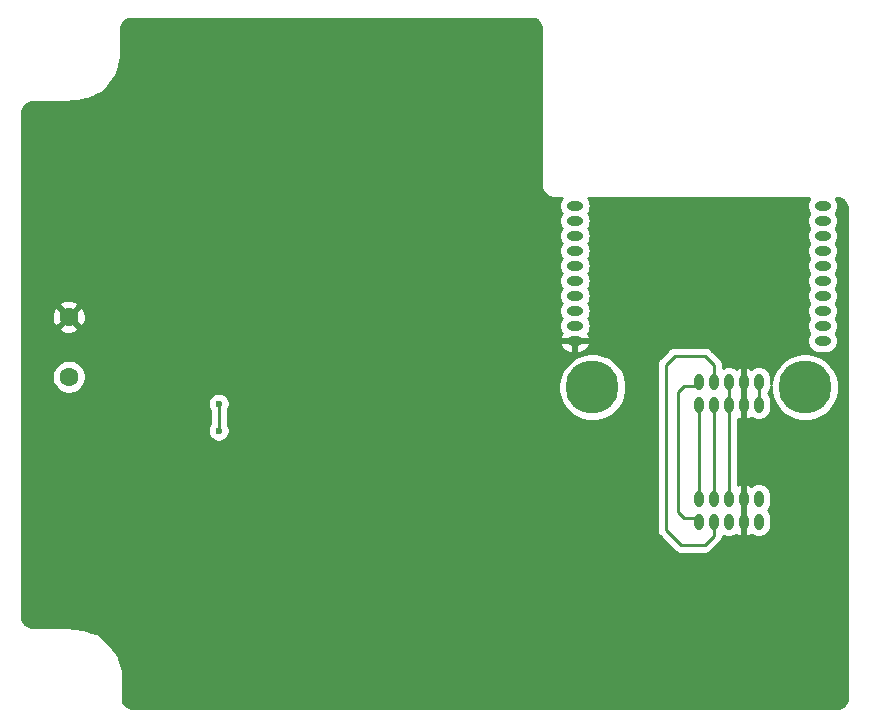
<source format=gbr>
G04 #@! TF.GenerationSoftware,KiCad,Pcbnew,(5.1.4)-1*
G04 #@! TF.CreationDate,2019-11-19T10:04:28+09:00*
G04 #@! TF.ProjectId,signaltowr_hikarikensyutu,7369676e-616c-4746-9f77-725f68696b61,rev?*
G04 #@! TF.SameCoordinates,Original*
G04 #@! TF.FileFunction,Copper,L2,Bot*
G04 #@! TF.FilePolarity,Positive*
%FSLAX46Y46*%
G04 Gerber Fmt 4.6, Leading zero omitted, Abs format (unit mm)*
G04 Created by KiCad (PCBNEW (5.1.4)-1) date 2019-11-19 10:04:28*
%MOMM*%
%LPD*%
G04 APERTURE LIST*
%ADD10C,1.600000*%
%ADD11C,4.500000*%
%ADD12O,0.800000X1.400000*%
%ADD13O,1.400000X0.800000*%
%ADD14C,0.600000*%
%ADD15C,0.250000*%
%ADD16C,0.254000*%
G04 APERTURE END LIST*
D10*
X96266000Y-75946000D03*
X96266000Y-81026000D03*
D11*
X140606000Y-81923000D03*
X158606000Y-81923000D03*
D12*
X149606000Y-81463000D03*
X150876000Y-81463000D03*
X152146000Y-81463000D03*
X153416000Y-81463000D03*
X154686000Y-81463000D03*
X149606000Y-83383000D03*
X150876000Y-83383000D03*
X152146000Y-83383000D03*
X153416000Y-83383000D03*
X154686000Y-83383000D03*
D13*
X160091000Y-77978000D03*
X160091000Y-76708000D03*
X160091000Y-75438000D03*
X160091000Y-74168000D03*
X160091000Y-72898000D03*
X160091000Y-71628000D03*
X160091000Y-70358000D03*
X160091000Y-69088000D03*
X139121000Y-77978000D03*
X139121000Y-76708000D03*
X139121000Y-75438000D03*
X139121000Y-74168000D03*
X139121000Y-72898000D03*
X139121000Y-71628000D03*
X139121000Y-70358000D03*
X139121000Y-69088000D03*
X139121000Y-67818000D03*
X139121000Y-66548000D03*
X160091000Y-67818000D03*
X160091000Y-66548000D03*
D12*
X149606000Y-91369000D03*
X150876000Y-91369000D03*
X152146000Y-91369000D03*
X153416000Y-91369000D03*
X154686000Y-91369000D03*
X154686000Y-93289000D03*
X149606000Y-93289000D03*
X150876000Y-93289000D03*
X153416000Y-93289000D03*
X152146000Y-93289000D03*
D14*
X97536000Y-62230000D03*
X96520000Y-85852000D03*
X106680000Y-74676000D03*
X108966000Y-83312000D03*
X100838000Y-94234000D03*
X100838000Y-92202000D03*
X130810000Y-75946000D03*
X108458000Y-75946000D03*
X108966000Y-85598000D03*
D15*
X154686000Y-81788000D02*
X154686000Y-83058000D01*
X153416000Y-83058000D02*
X153416000Y-91694000D01*
X153416000Y-81788000D02*
X153416000Y-83058000D01*
X153416000Y-92964000D02*
X153416000Y-91694000D01*
X152908000Y-77978000D02*
X139446000Y-77978000D01*
X153416000Y-81788000D02*
X153416000Y-78486000D01*
X153416000Y-78486000D02*
X152908000Y-77978000D01*
X100838000Y-86360000D02*
X100838000Y-92202000D01*
X100838000Y-92202000D02*
X100838000Y-94234000D01*
X97536000Y-74676000D02*
X96266000Y-75946000D01*
X97536000Y-62230000D02*
X97536000Y-73660000D01*
X97536000Y-73660000D02*
X97536000Y-74676000D01*
X106680000Y-74676000D02*
X100838000Y-74676000D01*
X100838000Y-74676000D02*
X97536000Y-74676000D01*
X96520000Y-85852000D02*
X100838000Y-85852000D01*
X100838000Y-86360000D02*
X100838000Y-85852000D01*
X100838000Y-85852000D02*
X100838000Y-74676000D01*
X139446000Y-77978000D02*
X137922000Y-77978000D01*
X134874000Y-74930000D02*
X130810000Y-74930000D01*
X137922000Y-77978000D02*
X134874000Y-74930000D01*
X130810000Y-74930000D02*
X130810000Y-75946000D01*
X130810000Y-74930000D02*
X130556000Y-74676000D01*
X108458000Y-75946000D02*
X108458000Y-74676000D01*
X130556000Y-74676000D02*
X108458000Y-74676000D01*
X108458000Y-74676000D02*
X106680000Y-74676000D01*
X108966000Y-83312000D02*
X108966000Y-85598000D01*
X149606000Y-81788000D02*
X148336000Y-81788000D01*
X148336000Y-81788000D02*
X147828000Y-82296000D01*
X147828000Y-82296000D02*
X147828000Y-92456000D01*
X148336000Y-92964000D02*
X149606000Y-92964000D01*
X147828000Y-92456000D02*
X148336000Y-92964000D01*
X150876000Y-81407682D02*
X150876000Y-81788000D01*
X150876000Y-81788000D02*
X150876000Y-80010000D01*
X150876000Y-80010000D02*
X150114000Y-79248000D01*
X150114000Y-79248000D02*
X147574000Y-79248000D01*
X147574000Y-79248000D02*
X146812000Y-80010000D01*
X146812000Y-80010000D02*
X146812000Y-93980000D01*
X146812000Y-93980000D02*
X148082000Y-95250000D01*
X148082000Y-95250000D02*
X150114000Y-95250000D01*
X150876000Y-94488000D02*
X150876000Y-92964000D01*
X150114000Y-95250000D02*
X150876000Y-94488000D01*
X152146000Y-91694000D02*
X152146000Y-83058000D01*
X152146000Y-83058000D02*
X152146000Y-81788000D01*
X149606000Y-85598000D02*
X149606000Y-91694000D01*
X149606000Y-83058000D02*
X149606000Y-85598000D01*
X150876000Y-90424000D02*
X150876000Y-83058000D01*
X150876000Y-91694000D02*
X150876000Y-90424000D01*
D16*
G36*
X135731850Y-50740022D02*
G01*
X135882672Y-50820638D01*
X136014870Y-50929130D01*
X136123362Y-51061328D01*
X136203978Y-51212150D01*
X136253624Y-51375811D01*
X136271000Y-51552234D01*
X136271000Y-64786000D01*
X136271612Y-64798448D01*
X136290827Y-64993538D01*
X136295683Y-65017956D01*
X136352588Y-65205549D01*
X136362116Y-65228550D01*
X136454526Y-65401437D01*
X136468358Y-65422138D01*
X136592721Y-65573675D01*
X136610325Y-65591279D01*
X136761862Y-65715642D01*
X136782563Y-65729474D01*
X136955450Y-65821884D01*
X136978451Y-65831412D01*
X137166044Y-65888317D01*
X137190462Y-65893173D01*
X137385552Y-65912388D01*
X137398000Y-65913000D01*
X138003211Y-65913000D01*
X137956266Y-65970203D01*
X137860159Y-66150007D01*
X137800976Y-66345105D01*
X137780993Y-66548000D01*
X137800976Y-66750895D01*
X137860159Y-66945993D01*
X137956266Y-67125797D01*
X138003211Y-67183000D01*
X137956266Y-67240203D01*
X137860159Y-67420007D01*
X137800976Y-67615105D01*
X137780993Y-67818000D01*
X137800976Y-68020895D01*
X137860159Y-68215993D01*
X137956266Y-68395797D01*
X138003211Y-68453000D01*
X137956266Y-68510203D01*
X137860159Y-68690007D01*
X137800976Y-68885105D01*
X137780993Y-69088000D01*
X137800976Y-69290895D01*
X137860159Y-69485993D01*
X137956266Y-69665797D01*
X138003211Y-69723000D01*
X137956266Y-69780203D01*
X137860159Y-69960007D01*
X137800976Y-70155105D01*
X137780993Y-70358000D01*
X137800976Y-70560895D01*
X137860159Y-70755993D01*
X137956266Y-70935797D01*
X138003211Y-70993000D01*
X137956266Y-71050203D01*
X137860159Y-71230007D01*
X137800976Y-71425105D01*
X137780993Y-71628000D01*
X137800976Y-71830895D01*
X137860159Y-72025993D01*
X137956266Y-72205797D01*
X138003211Y-72263000D01*
X137956266Y-72320203D01*
X137860159Y-72500007D01*
X137800976Y-72695105D01*
X137780993Y-72898000D01*
X137800976Y-73100895D01*
X137860159Y-73295993D01*
X137956266Y-73475797D01*
X138003211Y-73533000D01*
X137956266Y-73590203D01*
X137860159Y-73770007D01*
X137800976Y-73965105D01*
X137780993Y-74168000D01*
X137800976Y-74370895D01*
X137860159Y-74565993D01*
X137956266Y-74745797D01*
X138003211Y-74803000D01*
X137956266Y-74860203D01*
X137860159Y-75040007D01*
X137800976Y-75235105D01*
X137780993Y-75438000D01*
X137800976Y-75640895D01*
X137860159Y-75835993D01*
X137956266Y-76015797D01*
X138003211Y-76073000D01*
X137956266Y-76130203D01*
X137860159Y-76310007D01*
X137800976Y-76505105D01*
X137780993Y-76708000D01*
X137800976Y-76910895D01*
X137860159Y-77105993D01*
X137956266Y-77285797D01*
X137998506Y-77337267D01*
X137889872Y-77508582D01*
X137826334Y-77691877D01*
X137954002Y-77851000D01*
X138994000Y-77851000D01*
X138994000Y-77831000D01*
X139248000Y-77831000D01*
X139248000Y-77851000D01*
X140287998Y-77851000D01*
X140415666Y-77691877D01*
X140352128Y-77508582D01*
X140243494Y-77337267D01*
X140285734Y-77285797D01*
X140381841Y-77105993D01*
X140441024Y-76910895D01*
X140461007Y-76708000D01*
X140441024Y-76505105D01*
X140381841Y-76310007D01*
X140285734Y-76130203D01*
X140238789Y-76073000D01*
X140285734Y-76015797D01*
X140381841Y-75835993D01*
X140441024Y-75640895D01*
X140461007Y-75438000D01*
X140441024Y-75235105D01*
X140381841Y-75040007D01*
X140285734Y-74860203D01*
X140238789Y-74803000D01*
X140285734Y-74745797D01*
X140381841Y-74565993D01*
X140441024Y-74370895D01*
X140461007Y-74168000D01*
X140441024Y-73965105D01*
X140381841Y-73770007D01*
X140285734Y-73590203D01*
X140238789Y-73533000D01*
X140285734Y-73475797D01*
X140381841Y-73295993D01*
X140441024Y-73100895D01*
X140461007Y-72898000D01*
X140441024Y-72695105D01*
X140381841Y-72500007D01*
X140285734Y-72320203D01*
X140238789Y-72263000D01*
X140285734Y-72205797D01*
X140381841Y-72025993D01*
X140441024Y-71830895D01*
X140461007Y-71628000D01*
X140441024Y-71425105D01*
X140381841Y-71230007D01*
X140285734Y-71050203D01*
X140238789Y-70993000D01*
X140285734Y-70935797D01*
X140381841Y-70755993D01*
X140441024Y-70560895D01*
X140461007Y-70358000D01*
X140441024Y-70155105D01*
X140381841Y-69960007D01*
X140285734Y-69780203D01*
X140238789Y-69723000D01*
X140285734Y-69665797D01*
X140381841Y-69485993D01*
X140441024Y-69290895D01*
X140461007Y-69088000D01*
X140441024Y-68885105D01*
X140381841Y-68690007D01*
X140285734Y-68510203D01*
X140238789Y-68453000D01*
X140285734Y-68395797D01*
X140381841Y-68215993D01*
X140441024Y-68020895D01*
X140461007Y-67818000D01*
X140441024Y-67615105D01*
X140381841Y-67420007D01*
X140285734Y-67240203D01*
X140238789Y-67183000D01*
X140285734Y-67125797D01*
X140381841Y-66945993D01*
X140441024Y-66750895D01*
X140461007Y-66548000D01*
X140441024Y-66345105D01*
X140381841Y-66150007D01*
X140285734Y-65970203D01*
X140238789Y-65913000D01*
X158973211Y-65913000D01*
X158926266Y-65970203D01*
X158830159Y-66150007D01*
X158770976Y-66345105D01*
X158750993Y-66548000D01*
X158770976Y-66750895D01*
X158830159Y-66945993D01*
X158926266Y-67125797D01*
X158973211Y-67183000D01*
X158926266Y-67240203D01*
X158830159Y-67420007D01*
X158770976Y-67615105D01*
X158750993Y-67818000D01*
X158770976Y-68020895D01*
X158830159Y-68215993D01*
X158926266Y-68395797D01*
X158973211Y-68453000D01*
X158926266Y-68510203D01*
X158830159Y-68690007D01*
X158770976Y-68885105D01*
X158750993Y-69088000D01*
X158770976Y-69290895D01*
X158830159Y-69485993D01*
X158926266Y-69665797D01*
X158973211Y-69723000D01*
X158926266Y-69780203D01*
X158830159Y-69960007D01*
X158770976Y-70155105D01*
X158750993Y-70358000D01*
X158770976Y-70560895D01*
X158830159Y-70755993D01*
X158926266Y-70935797D01*
X158973211Y-70993000D01*
X158926266Y-71050203D01*
X158830159Y-71230007D01*
X158770976Y-71425105D01*
X158750993Y-71628000D01*
X158770976Y-71830895D01*
X158830159Y-72025993D01*
X158926266Y-72205797D01*
X158973211Y-72263000D01*
X158926266Y-72320203D01*
X158830159Y-72500007D01*
X158770976Y-72695105D01*
X158750993Y-72898000D01*
X158770976Y-73100895D01*
X158830159Y-73295993D01*
X158926266Y-73475797D01*
X158973211Y-73533000D01*
X158926266Y-73590203D01*
X158830159Y-73770007D01*
X158770976Y-73965105D01*
X158750993Y-74168000D01*
X158770976Y-74370895D01*
X158830159Y-74565993D01*
X158926266Y-74745797D01*
X158973211Y-74803000D01*
X158926266Y-74860203D01*
X158830159Y-75040007D01*
X158770976Y-75235105D01*
X158750993Y-75438000D01*
X158770976Y-75640895D01*
X158830159Y-75835993D01*
X158926266Y-76015797D01*
X158973211Y-76073000D01*
X158926266Y-76130203D01*
X158830159Y-76310007D01*
X158770976Y-76505105D01*
X158750993Y-76708000D01*
X158770976Y-76910895D01*
X158830159Y-77105993D01*
X158926266Y-77285797D01*
X158973211Y-77343000D01*
X158926266Y-77400203D01*
X158830159Y-77580007D01*
X158770976Y-77775105D01*
X158750993Y-77978000D01*
X158770976Y-78180895D01*
X158830159Y-78375993D01*
X158926266Y-78555797D01*
X159055604Y-78713396D01*
X159213203Y-78842734D01*
X159393007Y-78938841D01*
X159588105Y-78998024D01*
X159740162Y-79013000D01*
X160441838Y-79013000D01*
X160593895Y-78998024D01*
X160788993Y-78938841D01*
X160968797Y-78842734D01*
X161126396Y-78713396D01*
X161255734Y-78555797D01*
X161351841Y-78375993D01*
X161411024Y-78180895D01*
X161431007Y-77978000D01*
X161411024Y-77775105D01*
X161351841Y-77580007D01*
X161255734Y-77400203D01*
X161208789Y-77343000D01*
X161255734Y-77285797D01*
X161351841Y-77105993D01*
X161411024Y-76910895D01*
X161431007Y-76708000D01*
X161411024Y-76505105D01*
X161351841Y-76310007D01*
X161255734Y-76130203D01*
X161208789Y-76073000D01*
X161255734Y-76015797D01*
X161351841Y-75835993D01*
X161411024Y-75640895D01*
X161431007Y-75438000D01*
X161411024Y-75235105D01*
X161351841Y-75040007D01*
X161255734Y-74860203D01*
X161208789Y-74803000D01*
X161255734Y-74745797D01*
X161351841Y-74565993D01*
X161411024Y-74370895D01*
X161431007Y-74168000D01*
X161411024Y-73965105D01*
X161351841Y-73770007D01*
X161255734Y-73590203D01*
X161208789Y-73533000D01*
X161255734Y-73475797D01*
X161351841Y-73295993D01*
X161411024Y-73100895D01*
X161431007Y-72898000D01*
X161411024Y-72695105D01*
X161351841Y-72500007D01*
X161255734Y-72320203D01*
X161208789Y-72263000D01*
X161255734Y-72205797D01*
X161351841Y-72025993D01*
X161411024Y-71830895D01*
X161431007Y-71628000D01*
X161411024Y-71425105D01*
X161351841Y-71230007D01*
X161255734Y-71050203D01*
X161208789Y-70993000D01*
X161255734Y-70935797D01*
X161351841Y-70755993D01*
X161411024Y-70560895D01*
X161431007Y-70358000D01*
X161411024Y-70155105D01*
X161351841Y-69960007D01*
X161255734Y-69780203D01*
X161208789Y-69723000D01*
X161255734Y-69665797D01*
X161351841Y-69485993D01*
X161411024Y-69290895D01*
X161431007Y-69088000D01*
X161411024Y-68885105D01*
X161351841Y-68690007D01*
X161255734Y-68510203D01*
X161208789Y-68453000D01*
X161255734Y-68395797D01*
X161351841Y-68215993D01*
X161411024Y-68020895D01*
X161431007Y-67818000D01*
X161411024Y-67615105D01*
X161351841Y-67420007D01*
X161255734Y-67240203D01*
X161208789Y-67183000D01*
X161255734Y-67125797D01*
X161351841Y-66945993D01*
X161411024Y-66750895D01*
X161431007Y-66548000D01*
X161411024Y-66345105D01*
X161351841Y-66150007D01*
X161255734Y-65970203D01*
X161208789Y-65913000D01*
X161299766Y-65913000D01*
X161476189Y-65930376D01*
X161639850Y-65980022D01*
X161790672Y-66060638D01*
X161922870Y-66169130D01*
X162031362Y-66301328D01*
X162111978Y-66452150D01*
X162161624Y-66615811D01*
X162179000Y-66792234D01*
X162179000Y-108213766D01*
X162161624Y-108390189D01*
X162111978Y-108553850D01*
X162031362Y-108704672D01*
X161922870Y-108836870D01*
X161790672Y-108945362D01*
X161639850Y-109025978D01*
X161476189Y-109075624D01*
X161299766Y-109093000D01*
X101717234Y-109093000D01*
X101540811Y-109075624D01*
X101377150Y-109025978D01*
X101226328Y-108945362D01*
X101094130Y-108836870D01*
X100985638Y-108704672D01*
X100905022Y-108553850D01*
X100855376Y-108390189D01*
X100838000Y-108213766D01*
X100838000Y-106080278D01*
X100837589Y-106070073D01*
X100824676Y-105909890D01*
X100821407Y-105889745D01*
X100783003Y-105733700D01*
X100780166Y-105723889D01*
X100398134Y-104577793D01*
X100392681Y-104564129D01*
X100294649Y-104354625D01*
X100279205Y-104329636D01*
X100135661Y-104148261D01*
X100125878Y-104137272D01*
X98979005Y-102990399D01*
X98969952Y-102982180D01*
X98821501Y-102859887D01*
X98801241Y-102846240D01*
X98632124Y-102754630D01*
X98609628Y-102745115D01*
X98426100Y-102687575D01*
X98414269Y-102684483D01*
X98125066Y-102623598D01*
X97528036Y-102420353D01*
X97465398Y-102405661D01*
X97402948Y-102390091D01*
X97393131Y-102388711D01*
X96773137Y-102305986D01*
X96761332Y-102302405D01*
X96657025Y-102292132D01*
X96550602Y-102292132D01*
X96394052Y-102259174D01*
X96381041Y-102257133D01*
X96175030Y-102235683D01*
X96161878Y-102235000D01*
X93208234Y-102235000D01*
X93031811Y-102217624D01*
X92868150Y-102167978D01*
X92717328Y-102087362D01*
X92585130Y-101978870D01*
X92476638Y-101846672D01*
X92396022Y-101695850D01*
X92346376Y-101532189D01*
X92329000Y-101355766D01*
X92329000Y-83219911D01*
X108031000Y-83219911D01*
X108031000Y-83404089D01*
X108066932Y-83584729D01*
X108137414Y-83754889D01*
X108206000Y-83857536D01*
X108206001Y-85052463D01*
X108137414Y-85155111D01*
X108066932Y-85325271D01*
X108031000Y-85505911D01*
X108031000Y-85690089D01*
X108066932Y-85870729D01*
X108137414Y-86040889D01*
X108239738Y-86194028D01*
X108369972Y-86324262D01*
X108523111Y-86426586D01*
X108693271Y-86497068D01*
X108873911Y-86533000D01*
X109058089Y-86533000D01*
X109238729Y-86497068D01*
X109408889Y-86426586D01*
X109562028Y-86324262D01*
X109692262Y-86194028D01*
X109794586Y-86040889D01*
X109865068Y-85870729D01*
X109901000Y-85690089D01*
X109901000Y-85505911D01*
X109865068Y-85325271D01*
X109794586Y-85155111D01*
X109726000Y-85052465D01*
X109726000Y-83857535D01*
X109794586Y-83754889D01*
X109865068Y-83584729D01*
X109901000Y-83404089D01*
X109901000Y-83219911D01*
X109865068Y-83039271D01*
X109794586Y-82869111D01*
X109692262Y-82715972D01*
X109562028Y-82585738D01*
X109408889Y-82483414D01*
X109238729Y-82412932D01*
X109058089Y-82377000D01*
X108873911Y-82377000D01*
X108693271Y-82412932D01*
X108523111Y-82483414D01*
X108369972Y-82585738D01*
X108239738Y-82715972D01*
X108137414Y-82869111D01*
X108066932Y-83039271D01*
X108031000Y-83219911D01*
X92329000Y-83219911D01*
X92329000Y-80884665D01*
X94831000Y-80884665D01*
X94831000Y-81167335D01*
X94886147Y-81444574D01*
X94994320Y-81705727D01*
X95151363Y-81940759D01*
X95351241Y-82140637D01*
X95586273Y-82297680D01*
X95847426Y-82405853D01*
X96124665Y-82461000D01*
X96407335Y-82461000D01*
X96684574Y-82405853D01*
X96945727Y-82297680D01*
X97180759Y-82140637D01*
X97380637Y-81940759D01*
X97537680Y-81705727D01*
X97565380Y-81638852D01*
X137721000Y-81638852D01*
X137721000Y-82207148D01*
X137831869Y-82764523D01*
X138049346Y-83289560D01*
X138365074Y-83762080D01*
X138766920Y-84163926D01*
X139239440Y-84479654D01*
X139764477Y-84697131D01*
X140321852Y-84808000D01*
X140890148Y-84808000D01*
X141447523Y-84697131D01*
X141972560Y-84479654D01*
X142445080Y-84163926D01*
X142846926Y-83762080D01*
X143162654Y-83289560D01*
X143380131Y-82764523D01*
X143491000Y-82207148D01*
X143491000Y-81638852D01*
X143380131Y-81081477D01*
X143162654Y-80556440D01*
X142846926Y-80083920D01*
X142773006Y-80010000D01*
X146048324Y-80010000D01*
X146052000Y-80047322D01*
X146052001Y-93942668D01*
X146048324Y-93980000D01*
X146052001Y-94017333D01*
X146060381Y-94102410D01*
X146062998Y-94128985D01*
X146106454Y-94272246D01*
X146177026Y-94404276D01*
X146217616Y-94453734D01*
X146272000Y-94520001D01*
X146300998Y-94543799D01*
X147518201Y-95761003D01*
X147541999Y-95790001D01*
X147657724Y-95884974D01*
X147789753Y-95955546D01*
X147933014Y-95999003D01*
X148044667Y-96010000D01*
X148044676Y-96010000D01*
X148081999Y-96013676D01*
X148119322Y-96010000D01*
X150076678Y-96010000D01*
X150114000Y-96013676D01*
X150151322Y-96010000D01*
X150151333Y-96010000D01*
X150262986Y-95999003D01*
X150406247Y-95955546D01*
X150538276Y-95884974D01*
X150654001Y-95790001D01*
X150677803Y-95760998D01*
X151387004Y-95051798D01*
X151416001Y-95028001D01*
X151510974Y-94912276D01*
X151581546Y-94780247D01*
X151625003Y-94636986D01*
X151636000Y-94525333D01*
X151636000Y-94525325D01*
X151639308Y-94491740D01*
X151748007Y-94549841D01*
X151943105Y-94609024D01*
X152146000Y-94629007D01*
X152348894Y-94609024D01*
X152543992Y-94549841D01*
X152723797Y-94453734D01*
X152775267Y-94411494D01*
X152946582Y-94520128D01*
X153129877Y-94583666D01*
X153289000Y-94455998D01*
X153289000Y-93416000D01*
X153269000Y-93416000D01*
X153269000Y-93162000D01*
X153289000Y-93162000D01*
X153289000Y-91496000D01*
X153269000Y-91496000D01*
X153269000Y-91242000D01*
X153289000Y-91242000D01*
X153289000Y-90202002D01*
X153543000Y-90202002D01*
X153543000Y-91242000D01*
X153563000Y-91242000D01*
X153563000Y-91496000D01*
X153543000Y-91496000D01*
X153543000Y-93162000D01*
X153563000Y-93162000D01*
X153563000Y-93416000D01*
X153543000Y-93416000D01*
X153543000Y-94455998D01*
X153702123Y-94583666D01*
X153885418Y-94520128D01*
X154056733Y-94411494D01*
X154108203Y-94453734D01*
X154288007Y-94549841D01*
X154483105Y-94609024D01*
X154686000Y-94629007D01*
X154888894Y-94609024D01*
X155083992Y-94549841D01*
X155263797Y-94453734D01*
X155421396Y-94324396D01*
X155550734Y-94166797D01*
X155646841Y-93986993D01*
X155706024Y-93791895D01*
X155721000Y-93639838D01*
X155721000Y-92938163D01*
X155706024Y-92786106D01*
X155646841Y-92591008D01*
X155550734Y-92411203D01*
X155483272Y-92329000D01*
X155550734Y-92246797D01*
X155646841Y-92066992D01*
X155706024Y-91871894D01*
X155721000Y-91719837D01*
X155721000Y-91018162D01*
X155706024Y-90866105D01*
X155646841Y-90671007D01*
X155550734Y-90491203D01*
X155421396Y-90333604D01*
X155263797Y-90204266D01*
X155083992Y-90108159D01*
X154888894Y-90048976D01*
X154686000Y-90028993D01*
X154483105Y-90048976D01*
X154288007Y-90108159D01*
X154108203Y-90204266D01*
X154056733Y-90246506D01*
X153885418Y-90137872D01*
X153702123Y-90074334D01*
X153543000Y-90202002D01*
X153289000Y-90202002D01*
X153129877Y-90074334D01*
X152946582Y-90137872D01*
X152906000Y-90163606D01*
X152906000Y-84588394D01*
X152946582Y-84614128D01*
X153129877Y-84677666D01*
X153289000Y-84549998D01*
X153289000Y-83510000D01*
X153269000Y-83510000D01*
X153269000Y-83256000D01*
X153289000Y-83256000D01*
X153289000Y-81590000D01*
X153269000Y-81590000D01*
X153269000Y-81336000D01*
X153289000Y-81336000D01*
X153289000Y-80296002D01*
X153543000Y-80296002D01*
X153543000Y-81336000D01*
X153563000Y-81336000D01*
X153563000Y-81590000D01*
X153543000Y-81590000D01*
X153543000Y-83256000D01*
X153563000Y-83256000D01*
X153563000Y-83510000D01*
X153543000Y-83510000D01*
X153543000Y-84549998D01*
X153702123Y-84677666D01*
X153885418Y-84614128D01*
X154056734Y-84505494D01*
X154108204Y-84547734D01*
X154288008Y-84643841D01*
X154483106Y-84703024D01*
X154686000Y-84723007D01*
X154888895Y-84703024D01*
X155083993Y-84643841D01*
X155263797Y-84547734D01*
X155421396Y-84418396D01*
X155550734Y-84260797D01*
X155646841Y-84080992D01*
X155706024Y-83885894D01*
X155721000Y-83733837D01*
X155721000Y-83032162D01*
X155706024Y-82880105D01*
X155646841Y-82685007D01*
X155550734Y-82505203D01*
X155483272Y-82423000D01*
X155550734Y-82340797D01*
X155646841Y-82160993D01*
X155706024Y-81965895D01*
X155721000Y-81813838D01*
X155721000Y-82207148D01*
X155831869Y-82764523D01*
X156049346Y-83289560D01*
X156365074Y-83762080D01*
X156766920Y-84163926D01*
X157239440Y-84479654D01*
X157764477Y-84697131D01*
X158321852Y-84808000D01*
X158890148Y-84808000D01*
X159447523Y-84697131D01*
X159972560Y-84479654D01*
X160445080Y-84163926D01*
X160846926Y-83762080D01*
X161162654Y-83289560D01*
X161380131Y-82764523D01*
X161491000Y-82207148D01*
X161491000Y-81638852D01*
X161380131Y-81081477D01*
X161162654Y-80556440D01*
X160846926Y-80083920D01*
X160445080Y-79682074D01*
X159972560Y-79366346D01*
X159447523Y-79148869D01*
X158890148Y-79038000D01*
X158321852Y-79038000D01*
X157764477Y-79148869D01*
X157239440Y-79366346D01*
X156766920Y-79682074D01*
X156365074Y-80083920D01*
X156049346Y-80556440D01*
X155831869Y-81081477D01*
X155721000Y-81638852D01*
X155721000Y-81112163D01*
X155706024Y-80960106D01*
X155646841Y-80765008D01*
X155550734Y-80585203D01*
X155421396Y-80427604D01*
X155263797Y-80298266D01*
X155083993Y-80202159D01*
X154888895Y-80142976D01*
X154686000Y-80122993D01*
X154483106Y-80142976D01*
X154288008Y-80202159D01*
X154108204Y-80298266D01*
X154056734Y-80340506D01*
X153885418Y-80231872D01*
X153702123Y-80168334D01*
X153543000Y-80296002D01*
X153289000Y-80296002D01*
X153129877Y-80168334D01*
X152946582Y-80231872D01*
X152775267Y-80340506D01*
X152723797Y-80298266D01*
X152543993Y-80202159D01*
X152348895Y-80142976D01*
X152146000Y-80122993D01*
X151943106Y-80142976D01*
X151748008Y-80202159D01*
X151636000Y-80262028D01*
X151636000Y-80047325D01*
X151639676Y-80010000D01*
X151636000Y-79972675D01*
X151636000Y-79972667D01*
X151625003Y-79861014D01*
X151581546Y-79717753D01*
X151510974Y-79585724D01*
X151416001Y-79469999D01*
X151387002Y-79446201D01*
X150677803Y-78737002D01*
X150654001Y-78707999D01*
X150538276Y-78613026D01*
X150406247Y-78542454D01*
X150262986Y-78498997D01*
X150151333Y-78488000D01*
X150151322Y-78488000D01*
X150114000Y-78484324D01*
X150076678Y-78488000D01*
X147611325Y-78488000D01*
X147574000Y-78484324D01*
X147536675Y-78488000D01*
X147536667Y-78488000D01*
X147425014Y-78498997D01*
X147281753Y-78542454D01*
X147149724Y-78613026D01*
X147033999Y-78707999D01*
X147010201Y-78736998D01*
X146301002Y-79446197D01*
X146271999Y-79469999D01*
X146216871Y-79537174D01*
X146177026Y-79585724D01*
X146106455Y-79717753D01*
X146106454Y-79717754D01*
X146062997Y-79861015D01*
X146052000Y-79972668D01*
X146052000Y-79972678D01*
X146048324Y-80010000D01*
X142773006Y-80010000D01*
X142445080Y-79682074D01*
X141972560Y-79366346D01*
X141447523Y-79148869D01*
X140890148Y-79038000D01*
X140321852Y-79038000D01*
X139764477Y-79148869D01*
X139239440Y-79366346D01*
X138766920Y-79682074D01*
X138365074Y-80083920D01*
X138049346Y-80556440D01*
X137831869Y-81081477D01*
X137721000Y-81638852D01*
X97565380Y-81638852D01*
X97645853Y-81444574D01*
X97701000Y-81167335D01*
X97701000Y-80884665D01*
X97645853Y-80607426D01*
X97537680Y-80346273D01*
X97380637Y-80111241D01*
X97180759Y-79911363D01*
X96945727Y-79754320D01*
X96684574Y-79646147D01*
X96407335Y-79591000D01*
X96124665Y-79591000D01*
X95847426Y-79646147D01*
X95586273Y-79754320D01*
X95351241Y-79911363D01*
X95151363Y-80111241D01*
X94994320Y-80346273D01*
X94886147Y-80607426D01*
X94831000Y-80884665D01*
X92329000Y-80884665D01*
X92329000Y-78264123D01*
X137826334Y-78264123D01*
X137889872Y-78447418D01*
X137999342Y-78620052D01*
X138140388Y-78768013D01*
X138307590Y-78885614D01*
X138494522Y-78968336D01*
X138694000Y-79013000D01*
X138994000Y-79013000D01*
X138994000Y-78105000D01*
X139248000Y-78105000D01*
X139248000Y-79013000D01*
X139548000Y-79013000D01*
X139747478Y-78968336D01*
X139934410Y-78885614D01*
X140101612Y-78768013D01*
X140242658Y-78620052D01*
X140352128Y-78447418D01*
X140415666Y-78264123D01*
X140287998Y-78105000D01*
X139248000Y-78105000D01*
X138994000Y-78105000D01*
X137954002Y-78105000D01*
X137826334Y-78264123D01*
X92329000Y-78264123D01*
X92329000Y-76938702D01*
X95452903Y-76938702D01*
X95524486Y-77182671D01*
X95779996Y-77303571D01*
X96054184Y-77372300D01*
X96336512Y-77386217D01*
X96616130Y-77344787D01*
X96882292Y-77249603D01*
X97007514Y-77182671D01*
X97079097Y-76938702D01*
X96266000Y-76125605D01*
X95452903Y-76938702D01*
X92329000Y-76938702D01*
X92329000Y-76016512D01*
X94825783Y-76016512D01*
X94867213Y-76296130D01*
X94962397Y-76562292D01*
X95029329Y-76687514D01*
X95273298Y-76759097D01*
X96086395Y-75946000D01*
X96445605Y-75946000D01*
X97258702Y-76759097D01*
X97502671Y-76687514D01*
X97623571Y-76432004D01*
X97692300Y-76157816D01*
X97706217Y-75875488D01*
X97664787Y-75595870D01*
X97569603Y-75329708D01*
X97502671Y-75204486D01*
X97258702Y-75132903D01*
X96445605Y-75946000D01*
X96086395Y-75946000D01*
X95273298Y-75132903D01*
X95029329Y-75204486D01*
X94908429Y-75459996D01*
X94839700Y-75734184D01*
X94825783Y-76016512D01*
X92329000Y-76016512D01*
X92329000Y-74953298D01*
X95452903Y-74953298D01*
X96266000Y-75766395D01*
X97079097Y-74953298D01*
X97007514Y-74709329D01*
X96752004Y-74588429D01*
X96477816Y-74519700D01*
X96195488Y-74505783D01*
X95915870Y-74547213D01*
X95649708Y-74642397D01*
X95524486Y-74709329D01*
X95452903Y-74953298D01*
X92329000Y-74953298D01*
X92329000Y-58664234D01*
X92346376Y-58487811D01*
X92396022Y-58324150D01*
X92476638Y-58173328D01*
X92585130Y-58041130D01*
X92717328Y-57932638D01*
X92868150Y-57852022D01*
X93031811Y-57802376D01*
X93208234Y-57785000D01*
X96010712Y-57785000D01*
X96026872Y-57783968D01*
X96279294Y-57751585D01*
X96295192Y-57748504D01*
X96442791Y-57710000D01*
X96534877Y-57710000D01*
X96554630Y-57708055D01*
X96929774Y-57687081D01*
X96978738Y-57679501D01*
X97028048Y-57674666D01*
X97037759Y-57672673D01*
X97705912Y-57530653D01*
X97767232Y-57511201D01*
X97828855Y-57492596D01*
X97837994Y-57488754D01*
X98465837Y-57219660D01*
X98522225Y-57188660D01*
X98579046Y-57158448D01*
X98587265Y-57152905D01*
X98592770Y-57149136D01*
X98770931Y-57102659D01*
X98783849Y-57098541D01*
X98983249Y-57023032D01*
X99007406Y-57010798D01*
X99186266Y-56894732D01*
X99207280Y-56877653D01*
X99357467Y-56726306D01*
X99366490Y-56716186D01*
X100049695Y-55862180D01*
X100057059Y-55851978D01*
X100164786Y-55685973D01*
X100176314Y-55663640D01*
X100249242Y-55479671D01*
X100253294Y-55467760D01*
X100315369Y-55250497D01*
X100515900Y-54754165D01*
X100534063Y-54692452D01*
X100553098Y-54630961D01*
X100555023Y-54621236D01*
X100683020Y-53950256D01*
X100688848Y-53886211D01*
X100693588Y-53841118D01*
X100709772Y-53725560D01*
X100711000Y-53707945D01*
X100711000Y-51552234D01*
X100728376Y-51375811D01*
X100778022Y-51212150D01*
X100858638Y-51061328D01*
X100967130Y-50929130D01*
X101099328Y-50820638D01*
X101250150Y-50740022D01*
X101349119Y-50710000D01*
X135632881Y-50710000D01*
X135731850Y-50740022D01*
X135731850Y-50740022D01*
G37*
X135731850Y-50740022D02*
X135882672Y-50820638D01*
X136014870Y-50929130D01*
X136123362Y-51061328D01*
X136203978Y-51212150D01*
X136253624Y-51375811D01*
X136271000Y-51552234D01*
X136271000Y-64786000D01*
X136271612Y-64798448D01*
X136290827Y-64993538D01*
X136295683Y-65017956D01*
X136352588Y-65205549D01*
X136362116Y-65228550D01*
X136454526Y-65401437D01*
X136468358Y-65422138D01*
X136592721Y-65573675D01*
X136610325Y-65591279D01*
X136761862Y-65715642D01*
X136782563Y-65729474D01*
X136955450Y-65821884D01*
X136978451Y-65831412D01*
X137166044Y-65888317D01*
X137190462Y-65893173D01*
X137385552Y-65912388D01*
X137398000Y-65913000D01*
X138003211Y-65913000D01*
X137956266Y-65970203D01*
X137860159Y-66150007D01*
X137800976Y-66345105D01*
X137780993Y-66548000D01*
X137800976Y-66750895D01*
X137860159Y-66945993D01*
X137956266Y-67125797D01*
X138003211Y-67183000D01*
X137956266Y-67240203D01*
X137860159Y-67420007D01*
X137800976Y-67615105D01*
X137780993Y-67818000D01*
X137800976Y-68020895D01*
X137860159Y-68215993D01*
X137956266Y-68395797D01*
X138003211Y-68453000D01*
X137956266Y-68510203D01*
X137860159Y-68690007D01*
X137800976Y-68885105D01*
X137780993Y-69088000D01*
X137800976Y-69290895D01*
X137860159Y-69485993D01*
X137956266Y-69665797D01*
X138003211Y-69723000D01*
X137956266Y-69780203D01*
X137860159Y-69960007D01*
X137800976Y-70155105D01*
X137780993Y-70358000D01*
X137800976Y-70560895D01*
X137860159Y-70755993D01*
X137956266Y-70935797D01*
X138003211Y-70993000D01*
X137956266Y-71050203D01*
X137860159Y-71230007D01*
X137800976Y-71425105D01*
X137780993Y-71628000D01*
X137800976Y-71830895D01*
X137860159Y-72025993D01*
X137956266Y-72205797D01*
X138003211Y-72263000D01*
X137956266Y-72320203D01*
X137860159Y-72500007D01*
X137800976Y-72695105D01*
X137780993Y-72898000D01*
X137800976Y-73100895D01*
X137860159Y-73295993D01*
X137956266Y-73475797D01*
X138003211Y-73533000D01*
X137956266Y-73590203D01*
X137860159Y-73770007D01*
X137800976Y-73965105D01*
X137780993Y-74168000D01*
X137800976Y-74370895D01*
X137860159Y-74565993D01*
X137956266Y-74745797D01*
X138003211Y-74803000D01*
X137956266Y-74860203D01*
X137860159Y-75040007D01*
X137800976Y-75235105D01*
X137780993Y-75438000D01*
X137800976Y-75640895D01*
X137860159Y-75835993D01*
X137956266Y-76015797D01*
X138003211Y-76073000D01*
X137956266Y-76130203D01*
X137860159Y-76310007D01*
X137800976Y-76505105D01*
X137780993Y-76708000D01*
X137800976Y-76910895D01*
X137860159Y-77105993D01*
X137956266Y-77285797D01*
X137998506Y-77337267D01*
X137889872Y-77508582D01*
X137826334Y-77691877D01*
X137954002Y-77851000D01*
X138994000Y-77851000D01*
X138994000Y-77831000D01*
X139248000Y-77831000D01*
X139248000Y-77851000D01*
X140287998Y-77851000D01*
X140415666Y-77691877D01*
X140352128Y-77508582D01*
X140243494Y-77337267D01*
X140285734Y-77285797D01*
X140381841Y-77105993D01*
X140441024Y-76910895D01*
X140461007Y-76708000D01*
X140441024Y-76505105D01*
X140381841Y-76310007D01*
X140285734Y-76130203D01*
X140238789Y-76073000D01*
X140285734Y-76015797D01*
X140381841Y-75835993D01*
X140441024Y-75640895D01*
X140461007Y-75438000D01*
X140441024Y-75235105D01*
X140381841Y-75040007D01*
X140285734Y-74860203D01*
X140238789Y-74803000D01*
X140285734Y-74745797D01*
X140381841Y-74565993D01*
X140441024Y-74370895D01*
X140461007Y-74168000D01*
X140441024Y-73965105D01*
X140381841Y-73770007D01*
X140285734Y-73590203D01*
X140238789Y-73533000D01*
X140285734Y-73475797D01*
X140381841Y-73295993D01*
X140441024Y-73100895D01*
X140461007Y-72898000D01*
X140441024Y-72695105D01*
X140381841Y-72500007D01*
X140285734Y-72320203D01*
X140238789Y-72263000D01*
X140285734Y-72205797D01*
X140381841Y-72025993D01*
X140441024Y-71830895D01*
X140461007Y-71628000D01*
X140441024Y-71425105D01*
X140381841Y-71230007D01*
X140285734Y-71050203D01*
X140238789Y-70993000D01*
X140285734Y-70935797D01*
X140381841Y-70755993D01*
X140441024Y-70560895D01*
X140461007Y-70358000D01*
X140441024Y-70155105D01*
X140381841Y-69960007D01*
X140285734Y-69780203D01*
X140238789Y-69723000D01*
X140285734Y-69665797D01*
X140381841Y-69485993D01*
X140441024Y-69290895D01*
X140461007Y-69088000D01*
X140441024Y-68885105D01*
X140381841Y-68690007D01*
X140285734Y-68510203D01*
X140238789Y-68453000D01*
X140285734Y-68395797D01*
X140381841Y-68215993D01*
X140441024Y-68020895D01*
X140461007Y-67818000D01*
X140441024Y-67615105D01*
X140381841Y-67420007D01*
X140285734Y-67240203D01*
X140238789Y-67183000D01*
X140285734Y-67125797D01*
X140381841Y-66945993D01*
X140441024Y-66750895D01*
X140461007Y-66548000D01*
X140441024Y-66345105D01*
X140381841Y-66150007D01*
X140285734Y-65970203D01*
X140238789Y-65913000D01*
X158973211Y-65913000D01*
X158926266Y-65970203D01*
X158830159Y-66150007D01*
X158770976Y-66345105D01*
X158750993Y-66548000D01*
X158770976Y-66750895D01*
X158830159Y-66945993D01*
X158926266Y-67125797D01*
X158973211Y-67183000D01*
X158926266Y-67240203D01*
X158830159Y-67420007D01*
X158770976Y-67615105D01*
X158750993Y-67818000D01*
X158770976Y-68020895D01*
X158830159Y-68215993D01*
X158926266Y-68395797D01*
X158973211Y-68453000D01*
X158926266Y-68510203D01*
X158830159Y-68690007D01*
X158770976Y-68885105D01*
X158750993Y-69088000D01*
X158770976Y-69290895D01*
X158830159Y-69485993D01*
X158926266Y-69665797D01*
X158973211Y-69723000D01*
X158926266Y-69780203D01*
X158830159Y-69960007D01*
X158770976Y-70155105D01*
X158750993Y-70358000D01*
X158770976Y-70560895D01*
X158830159Y-70755993D01*
X158926266Y-70935797D01*
X158973211Y-70993000D01*
X158926266Y-71050203D01*
X158830159Y-71230007D01*
X158770976Y-71425105D01*
X158750993Y-71628000D01*
X158770976Y-71830895D01*
X158830159Y-72025993D01*
X158926266Y-72205797D01*
X158973211Y-72263000D01*
X158926266Y-72320203D01*
X158830159Y-72500007D01*
X158770976Y-72695105D01*
X158750993Y-72898000D01*
X158770976Y-73100895D01*
X158830159Y-73295993D01*
X158926266Y-73475797D01*
X158973211Y-73533000D01*
X158926266Y-73590203D01*
X158830159Y-73770007D01*
X158770976Y-73965105D01*
X158750993Y-74168000D01*
X158770976Y-74370895D01*
X158830159Y-74565993D01*
X158926266Y-74745797D01*
X158973211Y-74803000D01*
X158926266Y-74860203D01*
X158830159Y-75040007D01*
X158770976Y-75235105D01*
X158750993Y-75438000D01*
X158770976Y-75640895D01*
X158830159Y-75835993D01*
X158926266Y-76015797D01*
X158973211Y-76073000D01*
X158926266Y-76130203D01*
X158830159Y-76310007D01*
X158770976Y-76505105D01*
X158750993Y-76708000D01*
X158770976Y-76910895D01*
X158830159Y-77105993D01*
X158926266Y-77285797D01*
X158973211Y-77343000D01*
X158926266Y-77400203D01*
X158830159Y-77580007D01*
X158770976Y-77775105D01*
X158750993Y-77978000D01*
X158770976Y-78180895D01*
X158830159Y-78375993D01*
X158926266Y-78555797D01*
X159055604Y-78713396D01*
X159213203Y-78842734D01*
X159393007Y-78938841D01*
X159588105Y-78998024D01*
X159740162Y-79013000D01*
X160441838Y-79013000D01*
X160593895Y-78998024D01*
X160788993Y-78938841D01*
X160968797Y-78842734D01*
X161126396Y-78713396D01*
X161255734Y-78555797D01*
X161351841Y-78375993D01*
X161411024Y-78180895D01*
X161431007Y-77978000D01*
X161411024Y-77775105D01*
X161351841Y-77580007D01*
X161255734Y-77400203D01*
X161208789Y-77343000D01*
X161255734Y-77285797D01*
X161351841Y-77105993D01*
X161411024Y-76910895D01*
X161431007Y-76708000D01*
X161411024Y-76505105D01*
X161351841Y-76310007D01*
X161255734Y-76130203D01*
X161208789Y-76073000D01*
X161255734Y-76015797D01*
X161351841Y-75835993D01*
X161411024Y-75640895D01*
X161431007Y-75438000D01*
X161411024Y-75235105D01*
X161351841Y-75040007D01*
X161255734Y-74860203D01*
X161208789Y-74803000D01*
X161255734Y-74745797D01*
X161351841Y-74565993D01*
X161411024Y-74370895D01*
X161431007Y-74168000D01*
X161411024Y-73965105D01*
X161351841Y-73770007D01*
X161255734Y-73590203D01*
X161208789Y-73533000D01*
X161255734Y-73475797D01*
X161351841Y-73295993D01*
X161411024Y-73100895D01*
X161431007Y-72898000D01*
X161411024Y-72695105D01*
X161351841Y-72500007D01*
X161255734Y-72320203D01*
X161208789Y-72263000D01*
X161255734Y-72205797D01*
X161351841Y-72025993D01*
X161411024Y-71830895D01*
X161431007Y-71628000D01*
X161411024Y-71425105D01*
X161351841Y-71230007D01*
X161255734Y-71050203D01*
X161208789Y-70993000D01*
X161255734Y-70935797D01*
X161351841Y-70755993D01*
X161411024Y-70560895D01*
X161431007Y-70358000D01*
X161411024Y-70155105D01*
X161351841Y-69960007D01*
X161255734Y-69780203D01*
X161208789Y-69723000D01*
X161255734Y-69665797D01*
X161351841Y-69485993D01*
X161411024Y-69290895D01*
X161431007Y-69088000D01*
X161411024Y-68885105D01*
X161351841Y-68690007D01*
X161255734Y-68510203D01*
X161208789Y-68453000D01*
X161255734Y-68395797D01*
X161351841Y-68215993D01*
X161411024Y-68020895D01*
X161431007Y-67818000D01*
X161411024Y-67615105D01*
X161351841Y-67420007D01*
X161255734Y-67240203D01*
X161208789Y-67183000D01*
X161255734Y-67125797D01*
X161351841Y-66945993D01*
X161411024Y-66750895D01*
X161431007Y-66548000D01*
X161411024Y-66345105D01*
X161351841Y-66150007D01*
X161255734Y-65970203D01*
X161208789Y-65913000D01*
X161299766Y-65913000D01*
X161476189Y-65930376D01*
X161639850Y-65980022D01*
X161790672Y-66060638D01*
X161922870Y-66169130D01*
X162031362Y-66301328D01*
X162111978Y-66452150D01*
X162161624Y-66615811D01*
X162179000Y-66792234D01*
X162179000Y-108213766D01*
X162161624Y-108390189D01*
X162111978Y-108553850D01*
X162031362Y-108704672D01*
X161922870Y-108836870D01*
X161790672Y-108945362D01*
X161639850Y-109025978D01*
X161476189Y-109075624D01*
X161299766Y-109093000D01*
X101717234Y-109093000D01*
X101540811Y-109075624D01*
X101377150Y-109025978D01*
X101226328Y-108945362D01*
X101094130Y-108836870D01*
X100985638Y-108704672D01*
X100905022Y-108553850D01*
X100855376Y-108390189D01*
X100838000Y-108213766D01*
X100838000Y-106080278D01*
X100837589Y-106070073D01*
X100824676Y-105909890D01*
X100821407Y-105889745D01*
X100783003Y-105733700D01*
X100780166Y-105723889D01*
X100398134Y-104577793D01*
X100392681Y-104564129D01*
X100294649Y-104354625D01*
X100279205Y-104329636D01*
X100135661Y-104148261D01*
X100125878Y-104137272D01*
X98979005Y-102990399D01*
X98969952Y-102982180D01*
X98821501Y-102859887D01*
X98801241Y-102846240D01*
X98632124Y-102754630D01*
X98609628Y-102745115D01*
X98426100Y-102687575D01*
X98414269Y-102684483D01*
X98125066Y-102623598D01*
X97528036Y-102420353D01*
X97465398Y-102405661D01*
X97402948Y-102390091D01*
X97393131Y-102388711D01*
X96773137Y-102305986D01*
X96761332Y-102302405D01*
X96657025Y-102292132D01*
X96550602Y-102292132D01*
X96394052Y-102259174D01*
X96381041Y-102257133D01*
X96175030Y-102235683D01*
X96161878Y-102235000D01*
X93208234Y-102235000D01*
X93031811Y-102217624D01*
X92868150Y-102167978D01*
X92717328Y-102087362D01*
X92585130Y-101978870D01*
X92476638Y-101846672D01*
X92396022Y-101695850D01*
X92346376Y-101532189D01*
X92329000Y-101355766D01*
X92329000Y-83219911D01*
X108031000Y-83219911D01*
X108031000Y-83404089D01*
X108066932Y-83584729D01*
X108137414Y-83754889D01*
X108206000Y-83857536D01*
X108206001Y-85052463D01*
X108137414Y-85155111D01*
X108066932Y-85325271D01*
X108031000Y-85505911D01*
X108031000Y-85690089D01*
X108066932Y-85870729D01*
X108137414Y-86040889D01*
X108239738Y-86194028D01*
X108369972Y-86324262D01*
X108523111Y-86426586D01*
X108693271Y-86497068D01*
X108873911Y-86533000D01*
X109058089Y-86533000D01*
X109238729Y-86497068D01*
X109408889Y-86426586D01*
X109562028Y-86324262D01*
X109692262Y-86194028D01*
X109794586Y-86040889D01*
X109865068Y-85870729D01*
X109901000Y-85690089D01*
X109901000Y-85505911D01*
X109865068Y-85325271D01*
X109794586Y-85155111D01*
X109726000Y-85052465D01*
X109726000Y-83857535D01*
X109794586Y-83754889D01*
X109865068Y-83584729D01*
X109901000Y-83404089D01*
X109901000Y-83219911D01*
X109865068Y-83039271D01*
X109794586Y-82869111D01*
X109692262Y-82715972D01*
X109562028Y-82585738D01*
X109408889Y-82483414D01*
X109238729Y-82412932D01*
X109058089Y-82377000D01*
X108873911Y-82377000D01*
X108693271Y-82412932D01*
X108523111Y-82483414D01*
X108369972Y-82585738D01*
X108239738Y-82715972D01*
X108137414Y-82869111D01*
X108066932Y-83039271D01*
X108031000Y-83219911D01*
X92329000Y-83219911D01*
X92329000Y-80884665D01*
X94831000Y-80884665D01*
X94831000Y-81167335D01*
X94886147Y-81444574D01*
X94994320Y-81705727D01*
X95151363Y-81940759D01*
X95351241Y-82140637D01*
X95586273Y-82297680D01*
X95847426Y-82405853D01*
X96124665Y-82461000D01*
X96407335Y-82461000D01*
X96684574Y-82405853D01*
X96945727Y-82297680D01*
X97180759Y-82140637D01*
X97380637Y-81940759D01*
X97537680Y-81705727D01*
X97565380Y-81638852D01*
X137721000Y-81638852D01*
X137721000Y-82207148D01*
X137831869Y-82764523D01*
X138049346Y-83289560D01*
X138365074Y-83762080D01*
X138766920Y-84163926D01*
X139239440Y-84479654D01*
X139764477Y-84697131D01*
X140321852Y-84808000D01*
X140890148Y-84808000D01*
X141447523Y-84697131D01*
X141972560Y-84479654D01*
X142445080Y-84163926D01*
X142846926Y-83762080D01*
X143162654Y-83289560D01*
X143380131Y-82764523D01*
X143491000Y-82207148D01*
X143491000Y-81638852D01*
X143380131Y-81081477D01*
X143162654Y-80556440D01*
X142846926Y-80083920D01*
X142773006Y-80010000D01*
X146048324Y-80010000D01*
X146052000Y-80047322D01*
X146052001Y-93942668D01*
X146048324Y-93980000D01*
X146052001Y-94017333D01*
X146060381Y-94102410D01*
X146062998Y-94128985D01*
X146106454Y-94272246D01*
X146177026Y-94404276D01*
X146217616Y-94453734D01*
X146272000Y-94520001D01*
X146300998Y-94543799D01*
X147518201Y-95761003D01*
X147541999Y-95790001D01*
X147657724Y-95884974D01*
X147789753Y-95955546D01*
X147933014Y-95999003D01*
X148044667Y-96010000D01*
X148044676Y-96010000D01*
X148081999Y-96013676D01*
X148119322Y-96010000D01*
X150076678Y-96010000D01*
X150114000Y-96013676D01*
X150151322Y-96010000D01*
X150151333Y-96010000D01*
X150262986Y-95999003D01*
X150406247Y-95955546D01*
X150538276Y-95884974D01*
X150654001Y-95790001D01*
X150677803Y-95760998D01*
X151387004Y-95051798D01*
X151416001Y-95028001D01*
X151510974Y-94912276D01*
X151581546Y-94780247D01*
X151625003Y-94636986D01*
X151636000Y-94525333D01*
X151636000Y-94525325D01*
X151639308Y-94491740D01*
X151748007Y-94549841D01*
X151943105Y-94609024D01*
X152146000Y-94629007D01*
X152348894Y-94609024D01*
X152543992Y-94549841D01*
X152723797Y-94453734D01*
X152775267Y-94411494D01*
X152946582Y-94520128D01*
X153129877Y-94583666D01*
X153289000Y-94455998D01*
X153289000Y-93416000D01*
X153269000Y-93416000D01*
X153269000Y-93162000D01*
X153289000Y-93162000D01*
X153289000Y-91496000D01*
X153269000Y-91496000D01*
X153269000Y-91242000D01*
X153289000Y-91242000D01*
X153289000Y-90202002D01*
X153543000Y-90202002D01*
X153543000Y-91242000D01*
X153563000Y-91242000D01*
X153563000Y-91496000D01*
X153543000Y-91496000D01*
X153543000Y-93162000D01*
X153563000Y-93162000D01*
X153563000Y-93416000D01*
X153543000Y-93416000D01*
X153543000Y-94455998D01*
X153702123Y-94583666D01*
X153885418Y-94520128D01*
X154056733Y-94411494D01*
X154108203Y-94453734D01*
X154288007Y-94549841D01*
X154483105Y-94609024D01*
X154686000Y-94629007D01*
X154888894Y-94609024D01*
X155083992Y-94549841D01*
X155263797Y-94453734D01*
X155421396Y-94324396D01*
X155550734Y-94166797D01*
X155646841Y-93986993D01*
X155706024Y-93791895D01*
X155721000Y-93639838D01*
X155721000Y-92938163D01*
X155706024Y-92786106D01*
X155646841Y-92591008D01*
X155550734Y-92411203D01*
X155483272Y-92329000D01*
X155550734Y-92246797D01*
X155646841Y-92066992D01*
X155706024Y-91871894D01*
X155721000Y-91719837D01*
X155721000Y-91018162D01*
X155706024Y-90866105D01*
X155646841Y-90671007D01*
X155550734Y-90491203D01*
X155421396Y-90333604D01*
X155263797Y-90204266D01*
X155083992Y-90108159D01*
X154888894Y-90048976D01*
X154686000Y-90028993D01*
X154483105Y-90048976D01*
X154288007Y-90108159D01*
X154108203Y-90204266D01*
X154056733Y-90246506D01*
X153885418Y-90137872D01*
X153702123Y-90074334D01*
X153543000Y-90202002D01*
X153289000Y-90202002D01*
X153129877Y-90074334D01*
X152946582Y-90137872D01*
X152906000Y-90163606D01*
X152906000Y-84588394D01*
X152946582Y-84614128D01*
X153129877Y-84677666D01*
X153289000Y-84549998D01*
X153289000Y-83510000D01*
X153269000Y-83510000D01*
X153269000Y-83256000D01*
X153289000Y-83256000D01*
X153289000Y-81590000D01*
X153269000Y-81590000D01*
X153269000Y-81336000D01*
X153289000Y-81336000D01*
X153289000Y-80296002D01*
X153543000Y-80296002D01*
X153543000Y-81336000D01*
X153563000Y-81336000D01*
X153563000Y-81590000D01*
X153543000Y-81590000D01*
X153543000Y-83256000D01*
X153563000Y-83256000D01*
X153563000Y-83510000D01*
X153543000Y-83510000D01*
X153543000Y-84549998D01*
X153702123Y-84677666D01*
X153885418Y-84614128D01*
X154056734Y-84505494D01*
X154108204Y-84547734D01*
X154288008Y-84643841D01*
X154483106Y-84703024D01*
X154686000Y-84723007D01*
X154888895Y-84703024D01*
X155083993Y-84643841D01*
X155263797Y-84547734D01*
X155421396Y-84418396D01*
X155550734Y-84260797D01*
X155646841Y-84080992D01*
X155706024Y-83885894D01*
X155721000Y-83733837D01*
X155721000Y-83032162D01*
X155706024Y-82880105D01*
X155646841Y-82685007D01*
X155550734Y-82505203D01*
X155483272Y-82423000D01*
X155550734Y-82340797D01*
X155646841Y-82160993D01*
X155706024Y-81965895D01*
X155721000Y-81813838D01*
X155721000Y-82207148D01*
X155831869Y-82764523D01*
X156049346Y-83289560D01*
X156365074Y-83762080D01*
X156766920Y-84163926D01*
X157239440Y-84479654D01*
X157764477Y-84697131D01*
X158321852Y-84808000D01*
X158890148Y-84808000D01*
X159447523Y-84697131D01*
X159972560Y-84479654D01*
X160445080Y-84163926D01*
X160846926Y-83762080D01*
X161162654Y-83289560D01*
X161380131Y-82764523D01*
X161491000Y-82207148D01*
X161491000Y-81638852D01*
X161380131Y-81081477D01*
X161162654Y-80556440D01*
X160846926Y-80083920D01*
X160445080Y-79682074D01*
X159972560Y-79366346D01*
X159447523Y-79148869D01*
X158890148Y-79038000D01*
X158321852Y-79038000D01*
X157764477Y-79148869D01*
X157239440Y-79366346D01*
X156766920Y-79682074D01*
X156365074Y-80083920D01*
X156049346Y-80556440D01*
X155831869Y-81081477D01*
X155721000Y-81638852D01*
X155721000Y-81112163D01*
X155706024Y-80960106D01*
X155646841Y-80765008D01*
X155550734Y-80585203D01*
X155421396Y-80427604D01*
X155263797Y-80298266D01*
X155083993Y-80202159D01*
X154888895Y-80142976D01*
X154686000Y-80122993D01*
X154483106Y-80142976D01*
X154288008Y-80202159D01*
X154108204Y-80298266D01*
X154056734Y-80340506D01*
X153885418Y-80231872D01*
X153702123Y-80168334D01*
X153543000Y-80296002D01*
X153289000Y-80296002D01*
X153129877Y-80168334D01*
X152946582Y-80231872D01*
X152775267Y-80340506D01*
X152723797Y-80298266D01*
X152543993Y-80202159D01*
X152348895Y-80142976D01*
X152146000Y-80122993D01*
X151943106Y-80142976D01*
X151748008Y-80202159D01*
X151636000Y-80262028D01*
X151636000Y-80047325D01*
X151639676Y-80010000D01*
X151636000Y-79972675D01*
X151636000Y-79972667D01*
X151625003Y-79861014D01*
X151581546Y-79717753D01*
X151510974Y-79585724D01*
X151416001Y-79469999D01*
X151387002Y-79446201D01*
X150677803Y-78737002D01*
X150654001Y-78707999D01*
X150538276Y-78613026D01*
X150406247Y-78542454D01*
X150262986Y-78498997D01*
X150151333Y-78488000D01*
X150151322Y-78488000D01*
X150114000Y-78484324D01*
X150076678Y-78488000D01*
X147611325Y-78488000D01*
X147574000Y-78484324D01*
X147536675Y-78488000D01*
X147536667Y-78488000D01*
X147425014Y-78498997D01*
X147281753Y-78542454D01*
X147149724Y-78613026D01*
X147033999Y-78707999D01*
X147010201Y-78736998D01*
X146301002Y-79446197D01*
X146271999Y-79469999D01*
X146216871Y-79537174D01*
X146177026Y-79585724D01*
X146106455Y-79717753D01*
X146106454Y-79717754D01*
X146062997Y-79861015D01*
X146052000Y-79972668D01*
X146052000Y-79972678D01*
X146048324Y-80010000D01*
X142773006Y-80010000D01*
X142445080Y-79682074D01*
X141972560Y-79366346D01*
X141447523Y-79148869D01*
X140890148Y-79038000D01*
X140321852Y-79038000D01*
X139764477Y-79148869D01*
X139239440Y-79366346D01*
X138766920Y-79682074D01*
X138365074Y-80083920D01*
X138049346Y-80556440D01*
X137831869Y-81081477D01*
X137721000Y-81638852D01*
X97565380Y-81638852D01*
X97645853Y-81444574D01*
X97701000Y-81167335D01*
X97701000Y-80884665D01*
X97645853Y-80607426D01*
X97537680Y-80346273D01*
X97380637Y-80111241D01*
X97180759Y-79911363D01*
X96945727Y-79754320D01*
X96684574Y-79646147D01*
X96407335Y-79591000D01*
X96124665Y-79591000D01*
X95847426Y-79646147D01*
X95586273Y-79754320D01*
X95351241Y-79911363D01*
X95151363Y-80111241D01*
X94994320Y-80346273D01*
X94886147Y-80607426D01*
X94831000Y-80884665D01*
X92329000Y-80884665D01*
X92329000Y-78264123D01*
X137826334Y-78264123D01*
X137889872Y-78447418D01*
X137999342Y-78620052D01*
X138140388Y-78768013D01*
X138307590Y-78885614D01*
X138494522Y-78968336D01*
X138694000Y-79013000D01*
X138994000Y-79013000D01*
X138994000Y-78105000D01*
X139248000Y-78105000D01*
X139248000Y-79013000D01*
X139548000Y-79013000D01*
X139747478Y-78968336D01*
X139934410Y-78885614D01*
X140101612Y-78768013D01*
X140242658Y-78620052D01*
X140352128Y-78447418D01*
X140415666Y-78264123D01*
X140287998Y-78105000D01*
X139248000Y-78105000D01*
X138994000Y-78105000D01*
X137954002Y-78105000D01*
X137826334Y-78264123D01*
X92329000Y-78264123D01*
X92329000Y-76938702D01*
X95452903Y-76938702D01*
X95524486Y-77182671D01*
X95779996Y-77303571D01*
X96054184Y-77372300D01*
X96336512Y-77386217D01*
X96616130Y-77344787D01*
X96882292Y-77249603D01*
X97007514Y-77182671D01*
X97079097Y-76938702D01*
X96266000Y-76125605D01*
X95452903Y-76938702D01*
X92329000Y-76938702D01*
X92329000Y-76016512D01*
X94825783Y-76016512D01*
X94867213Y-76296130D01*
X94962397Y-76562292D01*
X95029329Y-76687514D01*
X95273298Y-76759097D01*
X96086395Y-75946000D01*
X96445605Y-75946000D01*
X97258702Y-76759097D01*
X97502671Y-76687514D01*
X97623571Y-76432004D01*
X97692300Y-76157816D01*
X97706217Y-75875488D01*
X97664787Y-75595870D01*
X97569603Y-75329708D01*
X97502671Y-75204486D01*
X97258702Y-75132903D01*
X96445605Y-75946000D01*
X96086395Y-75946000D01*
X95273298Y-75132903D01*
X95029329Y-75204486D01*
X94908429Y-75459996D01*
X94839700Y-75734184D01*
X94825783Y-76016512D01*
X92329000Y-76016512D01*
X92329000Y-74953298D01*
X95452903Y-74953298D01*
X96266000Y-75766395D01*
X97079097Y-74953298D01*
X97007514Y-74709329D01*
X96752004Y-74588429D01*
X96477816Y-74519700D01*
X96195488Y-74505783D01*
X95915870Y-74547213D01*
X95649708Y-74642397D01*
X95524486Y-74709329D01*
X95452903Y-74953298D01*
X92329000Y-74953298D01*
X92329000Y-58664234D01*
X92346376Y-58487811D01*
X92396022Y-58324150D01*
X92476638Y-58173328D01*
X92585130Y-58041130D01*
X92717328Y-57932638D01*
X92868150Y-57852022D01*
X93031811Y-57802376D01*
X93208234Y-57785000D01*
X96010712Y-57785000D01*
X96026872Y-57783968D01*
X96279294Y-57751585D01*
X96295192Y-57748504D01*
X96442791Y-57710000D01*
X96534877Y-57710000D01*
X96554630Y-57708055D01*
X96929774Y-57687081D01*
X96978738Y-57679501D01*
X97028048Y-57674666D01*
X97037759Y-57672673D01*
X97705912Y-57530653D01*
X97767232Y-57511201D01*
X97828855Y-57492596D01*
X97837994Y-57488754D01*
X98465837Y-57219660D01*
X98522225Y-57188660D01*
X98579046Y-57158448D01*
X98587265Y-57152905D01*
X98592770Y-57149136D01*
X98770931Y-57102659D01*
X98783849Y-57098541D01*
X98983249Y-57023032D01*
X99007406Y-57010798D01*
X99186266Y-56894732D01*
X99207280Y-56877653D01*
X99357467Y-56726306D01*
X99366490Y-56716186D01*
X100049695Y-55862180D01*
X100057059Y-55851978D01*
X100164786Y-55685973D01*
X100176314Y-55663640D01*
X100249242Y-55479671D01*
X100253294Y-55467760D01*
X100315369Y-55250497D01*
X100515900Y-54754165D01*
X100534063Y-54692452D01*
X100553098Y-54630961D01*
X100555023Y-54621236D01*
X100683020Y-53950256D01*
X100688848Y-53886211D01*
X100693588Y-53841118D01*
X100709772Y-53725560D01*
X100711000Y-53707945D01*
X100711000Y-51552234D01*
X100728376Y-51375811D01*
X100778022Y-51212150D01*
X100858638Y-51061328D01*
X100967130Y-50929130D01*
X101099328Y-50820638D01*
X101250150Y-50740022D01*
X101349119Y-50710000D01*
X135632881Y-50710000D01*
X135731850Y-50740022D01*
M02*

</source>
